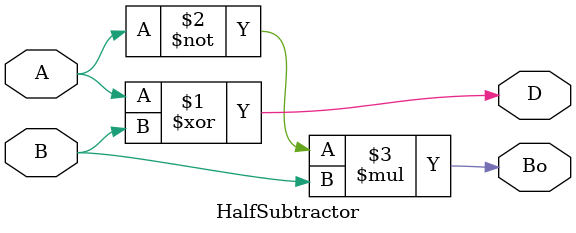
<source format=v>
module HalfSubtractor(D,Bo,A,B);

  input A,B;
  output D,Bo;

  assign D = A ^ B;
  assign Bo = (~A)*B;

endmodule
</source>
